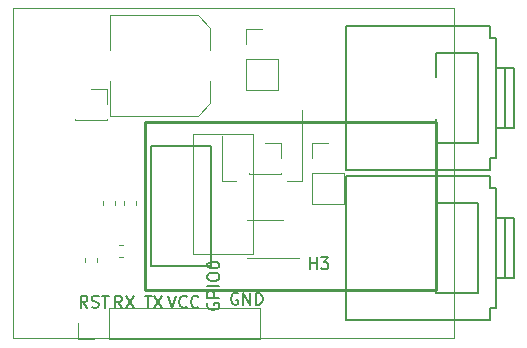
<source format=gbr>
G04 #@! TF.GenerationSoftware,KiCad,Pcbnew,5.1.10-88a1d61d58~88~ubuntu20.04.1*
G04 #@! TF.CreationDate,2021-05-19T20:40:34-06:00*
G04 #@! TF.ProjectId,CurrentSensorV1,43757272-656e-4745-9365-6e736f725631,rev?*
G04 #@! TF.SameCoordinates,Original*
G04 #@! TF.FileFunction,Legend,Top*
G04 #@! TF.FilePolarity,Positive*
%FSLAX46Y46*%
G04 Gerber Fmt 4.6, Leading zero omitted, Abs format (unit mm)*
G04 Created by KiCad (PCBNEW 5.1.10-88a1d61d58~88~ubuntu20.04.1) date 2021-05-19 20:40:34*
%MOMM*%
%LPD*%
G01*
G04 APERTURE LIST*
G04 #@! TA.AperFunction,Profile*
%ADD10C,0.050000*%
G04 #@! TD*
%ADD11C,0.120000*%
%ADD12C,0.150000*%
%ADD13C,0.152400*%
%ADD14C,0.254000*%
G04 APERTURE END LIST*
D10*
X132842000Y-64008000D02*
X132842000Y-65278000D01*
X170180000Y-64008000D02*
X132842000Y-64008000D01*
X170180000Y-65278000D02*
X170180000Y-64008000D01*
X132842000Y-91948000D02*
X170180000Y-91948000D01*
D11*
X153162000Y-74676000D02*
X148082000Y-74676000D01*
X153162000Y-84836000D02*
X153162000Y-74676000D01*
X148082000Y-84836000D02*
X153162000Y-84836000D01*
X148082000Y-74676000D02*
X148082000Y-84836000D01*
D10*
X170180000Y-91948000D02*
X170180000Y-65278000D01*
X132842000Y-65278000D02*
X132842000Y-91948000D01*
D12*
G04 #@! TO.C,J3*
X161036000Y-90424000D02*
X161036000Y-78232000D01*
X173228000Y-90424000D02*
X161036000Y-90424000D01*
X161036000Y-78232000D02*
X173228000Y-78232000D01*
X175260000Y-81788000D02*
X175260000Y-86868000D01*
X173736000Y-89408000D02*
X173228000Y-89408000D01*
X173736000Y-79248000D02*
X173736000Y-89408000D01*
X173482000Y-79248000D02*
X173736000Y-79248000D01*
X173228000Y-79248000D02*
X173482000Y-79248000D01*
X174498000Y-81788000D02*
X174498000Y-86868000D01*
X173736000Y-86868000D02*
X175260000Y-86868000D01*
X175260000Y-81788000D02*
X173736000Y-81788000D01*
X173228000Y-90424000D02*
X173228000Y-89408000D01*
X173228000Y-79248000D02*
X173228000Y-78232000D01*
X168656000Y-88138000D02*
X168656000Y-86106000D01*
X172212000Y-88138000D02*
X168656000Y-88138000D01*
X172212000Y-80518000D02*
X172212000Y-88138000D01*
X168656000Y-80518000D02*
X172212000Y-80518000D01*
X168656000Y-82550000D02*
X168656000Y-80518000D01*
D11*
G04 #@! TO.C,J2*
X153730000Y-92008000D02*
X153730000Y-89348000D01*
X140970000Y-92008000D02*
X153730000Y-92008000D01*
X140970000Y-89348000D02*
X153730000Y-89348000D01*
X140970000Y-92008000D02*
X140970000Y-89348000D01*
X139700000Y-92008000D02*
X138370000Y-92008000D01*
X138370000Y-92008000D02*
X138370000Y-90678000D01*
G04 #@! TO.C,C4*
X149548000Y-65638437D02*
X148483563Y-64574000D01*
X149548000Y-72029563D02*
X148483563Y-73094000D01*
X149548000Y-72029563D02*
X149548000Y-70144000D01*
X149548000Y-65638437D02*
X149548000Y-67524000D01*
X148483563Y-64574000D02*
X141028000Y-64574000D01*
X148483563Y-73094000D02*
X141028000Y-73094000D01*
X141028000Y-73094000D02*
X141028000Y-70144000D01*
X141028000Y-64574000D02*
X141028000Y-67524000D01*
G04 #@! TO.C,J6*
X158182000Y-75378000D02*
X159512000Y-75378000D01*
X158182000Y-76708000D02*
X158182000Y-75378000D01*
X158182000Y-77978000D02*
X160842000Y-77978000D01*
X160842000Y-77978000D02*
X160842000Y-80578000D01*
X158182000Y-77978000D02*
X158182000Y-80578000D01*
X158182000Y-80578000D02*
X160842000Y-80578000D01*
D13*
G04 #@! TO.C,U2*
X149606000Y-75692000D02*
X147066000Y-75692000D01*
X149606000Y-85852000D02*
X149606000Y-75692000D01*
X144526000Y-85852000D02*
X149606000Y-85852000D01*
X144526000Y-78232000D02*
X144526000Y-85852000D01*
X144526000Y-75692000D02*
X144526000Y-78232000D01*
X147066000Y-75692000D02*
X144526000Y-75692000D01*
D14*
X144018000Y-87884000D02*
X144018000Y-73660000D01*
X168656000Y-87884000D02*
X144018000Y-87884000D01*
X168656000Y-73660000D02*
X168656000Y-87884000D01*
X144018000Y-73660000D02*
X168656000Y-73660000D01*
D11*
G04 #@! TO.C,TP2*
X154178000Y-75378000D02*
X155508000Y-75378000D01*
X155508000Y-75378000D02*
X155508000Y-76708000D01*
X155508000Y-77918000D02*
X155508000Y-78038000D01*
X152848000Y-77918000D02*
X152848000Y-78038000D01*
X152848000Y-78038000D02*
X155508000Y-78038000D01*
D12*
G04 #@! TO.C,J8*
X161036000Y-77724000D02*
X161036000Y-65532000D01*
X173228000Y-77724000D02*
X161036000Y-77724000D01*
X161036000Y-65532000D02*
X173228000Y-65532000D01*
X175260000Y-69088000D02*
X175260000Y-74168000D01*
X173736000Y-76708000D02*
X173228000Y-76708000D01*
X173736000Y-66548000D02*
X173736000Y-76708000D01*
X173482000Y-66548000D02*
X173736000Y-66548000D01*
X173228000Y-66548000D02*
X173482000Y-66548000D01*
X174498000Y-69088000D02*
X174498000Y-74168000D01*
X173736000Y-74168000D02*
X175260000Y-74168000D01*
X175260000Y-69088000D02*
X173736000Y-69088000D01*
X173228000Y-77724000D02*
X173228000Y-76708000D01*
X173228000Y-66548000D02*
X173228000Y-65532000D01*
X168656000Y-75438000D02*
X168656000Y-73406000D01*
X172212000Y-75438000D02*
X168656000Y-75438000D01*
X172212000Y-67818000D02*
X172212000Y-75438000D01*
X168656000Y-67818000D02*
X172212000Y-67818000D01*
X168656000Y-69850000D02*
X168656000Y-67818000D01*
D11*
G04 #@! TO.C,U3*
X157334000Y-72608000D02*
X157334000Y-78618000D01*
X150514000Y-74858000D02*
X150514000Y-78618000D01*
X157334000Y-78618000D02*
X156074000Y-78618000D01*
X150514000Y-78618000D02*
X151774000Y-78618000D01*
G04 #@! TO.C,U1*
X154178000Y-85176000D02*
X157103000Y-85176000D01*
X154178000Y-85176000D02*
X152678000Y-85176000D01*
X154178000Y-81956000D02*
X155678000Y-81956000D01*
X154178000Y-81956000D02*
X152678000Y-81956000D01*
G04 #@! TO.C,R6*
X138936000Y-85181221D02*
X138936000Y-85506779D01*
X139956000Y-85181221D02*
X139956000Y-85506779D01*
G04 #@! TO.C,R3*
X141823221Y-85092000D02*
X142148779Y-85092000D01*
X141823221Y-84072000D02*
X142148779Y-84072000D01*
G04 #@! TO.C,R2*
X142238000Y-80355221D02*
X142238000Y-80680779D01*
X143258000Y-80355221D02*
X143258000Y-80680779D01*
G04 #@! TO.C,R1*
X141480000Y-80680779D02*
X141480000Y-80355221D01*
X140460000Y-80680779D02*
X140460000Y-80355221D01*
G04 #@! TO.C,TP1*
X139446000Y-70806000D02*
X140776000Y-70806000D01*
X140776000Y-70806000D02*
X140776000Y-72136000D01*
X140776000Y-73346000D02*
X140776000Y-73466000D01*
X138116000Y-73346000D02*
X138116000Y-73466000D01*
X138116000Y-73466000D02*
X140776000Y-73466000D01*
G04 #@! TO.C,J7*
X152594000Y-65726000D02*
X153924000Y-65726000D01*
X152594000Y-67056000D02*
X152594000Y-65726000D01*
X152594000Y-68326000D02*
X155254000Y-68326000D01*
X155254000Y-68326000D02*
X155254000Y-70926000D01*
X152594000Y-68326000D02*
X152594000Y-70926000D01*
X152594000Y-70926000D02*
X155254000Y-70926000D01*
G04 #@! TD*
G04 #@! TO.C,J2*
D12*
X139152380Y-89352380D02*
X138819047Y-88876190D01*
X138580952Y-89352380D02*
X138580952Y-88352380D01*
X138961904Y-88352380D01*
X139057142Y-88400000D01*
X139104761Y-88447619D01*
X139152380Y-88542857D01*
X139152380Y-88685714D01*
X139104761Y-88780952D01*
X139057142Y-88828571D01*
X138961904Y-88876190D01*
X138580952Y-88876190D01*
X139533333Y-89304761D02*
X139676190Y-89352380D01*
X139914285Y-89352380D01*
X140009523Y-89304761D01*
X140057142Y-89257142D01*
X140104761Y-89161904D01*
X140104761Y-89066666D01*
X140057142Y-88971428D01*
X140009523Y-88923809D01*
X139914285Y-88876190D01*
X139723809Y-88828571D01*
X139628571Y-88780952D01*
X139580952Y-88733333D01*
X139533333Y-88638095D01*
X139533333Y-88542857D01*
X139580952Y-88447619D01*
X139628571Y-88400000D01*
X139723809Y-88352380D01*
X139961904Y-88352380D01*
X140104761Y-88400000D01*
X140390476Y-88352380D02*
X140961904Y-88352380D01*
X140676190Y-89352380D02*
X140676190Y-88352380D01*
X142073333Y-89352380D02*
X141740000Y-88876190D01*
X141501904Y-89352380D02*
X141501904Y-88352380D01*
X141882857Y-88352380D01*
X141978095Y-88400000D01*
X142025714Y-88447619D01*
X142073333Y-88542857D01*
X142073333Y-88685714D01*
X142025714Y-88780952D01*
X141978095Y-88828571D01*
X141882857Y-88876190D01*
X141501904Y-88876190D01*
X142406666Y-88352380D02*
X143073333Y-89352380D01*
X143073333Y-88352380D02*
X142406666Y-89352380D01*
X144018095Y-88352380D02*
X144589523Y-88352380D01*
X144303809Y-89352380D02*
X144303809Y-88352380D01*
X144827619Y-88352380D02*
X145494285Y-89352380D01*
X145494285Y-88352380D02*
X144827619Y-89352380D01*
X145986666Y-88352380D02*
X146320000Y-89352380D01*
X146653333Y-88352380D01*
X147558095Y-89257142D02*
X147510476Y-89304761D01*
X147367619Y-89352380D01*
X147272380Y-89352380D01*
X147129523Y-89304761D01*
X147034285Y-89209523D01*
X146986666Y-89114285D01*
X146939047Y-88923809D01*
X146939047Y-88780952D01*
X146986666Y-88590476D01*
X147034285Y-88495238D01*
X147129523Y-88400000D01*
X147272380Y-88352380D01*
X147367619Y-88352380D01*
X147510476Y-88400000D01*
X147558095Y-88447619D01*
X148558095Y-89257142D02*
X148510476Y-89304761D01*
X148367619Y-89352380D01*
X148272380Y-89352380D01*
X148129523Y-89304761D01*
X148034285Y-89209523D01*
X147986666Y-89114285D01*
X147939047Y-88923809D01*
X147939047Y-88780952D01*
X147986666Y-88590476D01*
X148034285Y-88495238D01*
X148129523Y-88400000D01*
X148272380Y-88352380D01*
X148367619Y-88352380D01*
X148510476Y-88400000D01*
X148558095Y-88447619D01*
X149360000Y-88979190D02*
X149312380Y-89074428D01*
X149312380Y-89217285D01*
X149360000Y-89360142D01*
X149455238Y-89455380D01*
X149550476Y-89503000D01*
X149740952Y-89550619D01*
X149883809Y-89550619D01*
X150074285Y-89503000D01*
X150169523Y-89455380D01*
X150264761Y-89360142D01*
X150312380Y-89217285D01*
X150312380Y-89122047D01*
X150264761Y-88979190D01*
X150217142Y-88931571D01*
X149883809Y-88931571D01*
X149883809Y-89122047D01*
X150312380Y-88503000D02*
X149312380Y-88503000D01*
X149312380Y-88122047D01*
X149360000Y-88026809D01*
X149407619Y-87979190D01*
X149502857Y-87931571D01*
X149645714Y-87931571D01*
X149740952Y-87979190D01*
X149788571Y-88026809D01*
X149836190Y-88122047D01*
X149836190Y-88503000D01*
X150312380Y-87503000D02*
X149312380Y-87503000D01*
X149312380Y-86836333D02*
X149312380Y-86645857D01*
X149360000Y-86550619D01*
X149455238Y-86455380D01*
X149645714Y-86407761D01*
X149979047Y-86407761D01*
X150169523Y-86455380D01*
X150264761Y-86550619D01*
X150312380Y-86645857D01*
X150312380Y-86836333D01*
X150264761Y-86931571D01*
X150169523Y-87026809D01*
X149979047Y-87074428D01*
X149645714Y-87074428D01*
X149455238Y-87026809D01*
X149360000Y-86931571D01*
X149312380Y-86836333D01*
X149312380Y-85788714D02*
X149312380Y-85693476D01*
X149360000Y-85598238D01*
X149407619Y-85550619D01*
X149502857Y-85503000D01*
X149693333Y-85455380D01*
X149931428Y-85455380D01*
X150121904Y-85503000D01*
X150217142Y-85550619D01*
X150264761Y-85598238D01*
X150312380Y-85693476D01*
X150312380Y-85788714D01*
X150264761Y-85883952D01*
X150217142Y-85931571D01*
X150121904Y-85979190D01*
X149931428Y-86026809D01*
X149693333Y-86026809D01*
X149502857Y-85979190D01*
X149407619Y-85931571D01*
X149360000Y-85883952D01*
X149312380Y-85788714D01*
X151892095Y-88146000D02*
X151796857Y-88098380D01*
X151654000Y-88098380D01*
X151511142Y-88146000D01*
X151415904Y-88241238D01*
X151368285Y-88336476D01*
X151320666Y-88526952D01*
X151320666Y-88669809D01*
X151368285Y-88860285D01*
X151415904Y-88955523D01*
X151511142Y-89050761D01*
X151654000Y-89098380D01*
X151749238Y-89098380D01*
X151892095Y-89050761D01*
X151939714Y-89003142D01*
X151939714Y-88669809D01*
X151749238Y-88669809D01*
X152368285Y-89098380D02*
X152368285Y-88098380D01*
X152939714Y-89098380D01*
X152939714Y-88098380D01*
X153415904Y-89098380D02*
X153415904Y-88098380D01*
X153654000Y-88098380D01*
X153796857Y-88146000D01*
X153892095Y-88241238D01*
X153939714Y-88336476D01*
X153987333Y-88526952D01*
X153987333Y-88669809D01*
X153939714Y-88860285D01*
X153892095Y-88955523D01*
X153796857Y-89050761D01*
X153654000Y-89098380D01*
X153415904Y-89098380D01*
G04 #@! TO.C,H3*
X157988095Y-86106380D02*
X157988095Y-85106380D01*
X157988095Y-85582571D02*
X158559523Y-85582571D01*
X158559523Y-86106380D02*
X158559523Y-85106380D01*
X158940476Y-85106380D02*
X159559523Y-85106380D01*
X159226190Y-85487333D01*
X159369047Y-85487333D01*
X159464285Y-85534952D01*
X159511904Y-85582571D01*
X159559523Y-85677809D01*
X159559523Y-85915904D01*
X159511904Y-86011142D01*
X159464285Y-86058761D01*
X159369047Y-86106380D01*
X159083333Y-86106380D01*
X158988095Y-86058761D01*
X158940476Y-86011142D01*
G04 #@! TD*
M02*

</source>
